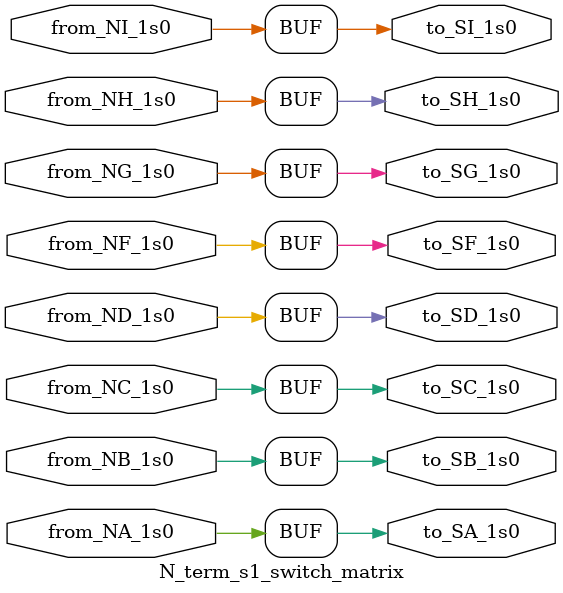
<source format=v>
module N_term_s1_switch_matrix
    #(
        parameter NoConfigBits=0
    )
    (
        input from_NA_1s0,
        input from_NB_1s0,
        input from_NC_1s0,
        input from_ND_1s0,
        input from_NF_1s0,
        input from_NG_1s0,
        input from_NH_1s0,
        input from_NI_1s0,
        output to_SA_1s0,
        output to_SB_1s0,
        output to_SC_1s0,
        output to_SD_1s0,
        output to_SF_1s0,
        output to_SG_1s0,
        output to_SH_1s0,
        output to_SI_1s0
 //global
);
parameter GND0 = 1'b0;
parameter GND = 1'b0;
parameter VCC0 = 1'b1;
parameter VCC = 1'b1;
parameter VDD0 = 1'b1;
parameter VDD = 1'b1;

wire[1-1:0] to_SA_1s0_input;
wire[1-1:0] to_SB_1s0_input;
wire[1-1:0] to_SC_1s0_input;
wire[1-1:0] to_SD_1s0_input;
wire[1-1:0] to_SF_1s0_input;
wire[1-1:0] to_SG_1s0_input;
wire[1-1:0] to_SH_1s0_input;
wire[1-1:0] to_SI_1s0_input;
 //The configuration bits (if any) are just a long shift register
 //This shift register is padded to an even number of flops/latches
 //switch matrix multiplexer to_SA_1s0 MUX-1
assign to_SA_1s0 = from_NA_1s0;

 //switch matrix multiplexer to_SB_1s0 MUX-1
assign to_SB_1s0 = from_NB_1s0;

 //switch matrix multiplexer to_SC_1s0 MUX-1
assign to_SC_1s0 = from_NC_1s0;

 //switch matrix multiplexer to_SD_1s0 MUX-1
assign to_SD_1s0 = from_ND_1s0;

 //switch matrix multiplexer to_SF_1s0 MUX-1
assign to_SF_1s0 = from_NF_1s0;

 //switch matrix multiplexer to_SG_1s0 MUX-1
assign to_SG_1s0 = from_NG_1s0;

 //switch matrix multiplexer to_SH_1s0 MUX-1
assign to_SH_1s0 = from_NH_1s0;

 //switch matrix multiplexer to_SI_1s0 MUX-1
assign to_SI_1s0 = from_NI_1s0;

endmodule
</source>
